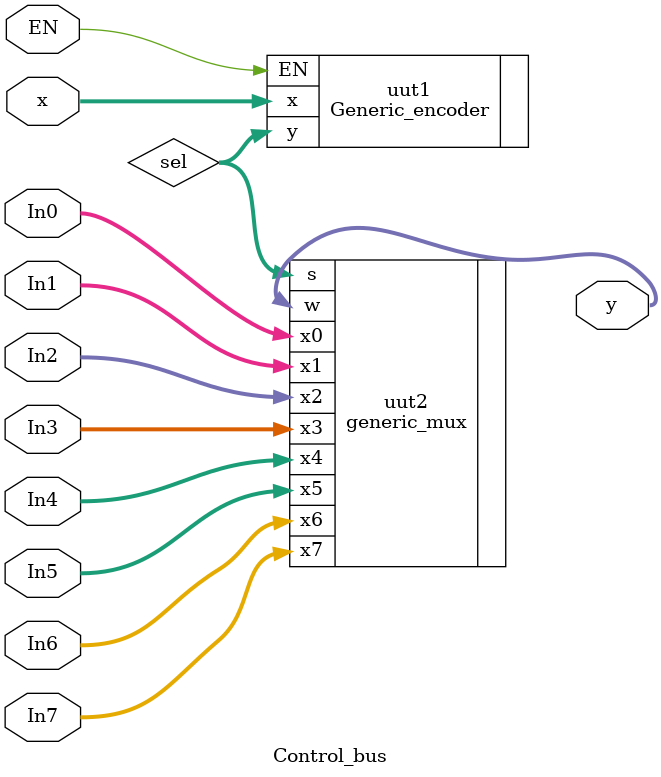
<source format=v>
`timescale 1ns / 1ps


module Control_bus
    #(parameter mux = 16, encod = 8)(
        input [encod-1:0] x,
        input [mux-1 : 0] In0, In1, In2, In3, In4, In5, In6, In7,
        input EN,
        output [mux-1 : 0] y
    );
    
    wire [$clog2(encod)-1 : 0] sel;
    
    Generic_encoder #(.N(encod)) uut1(
        .x(x),
        .EN(EN),
        .y(sel)
    );
    
    generic_mux #(.N(mux)) uut2(
        .x0(In0),
        .x1(In1),
        .x2(In2),
        .x3(In3),
        .x4(In4),
        .x5(In5),
        .x6(In6),
        .x7(In7),
        .s(sel),
        .w(y)
    );
    
    
endmodule

</source>
